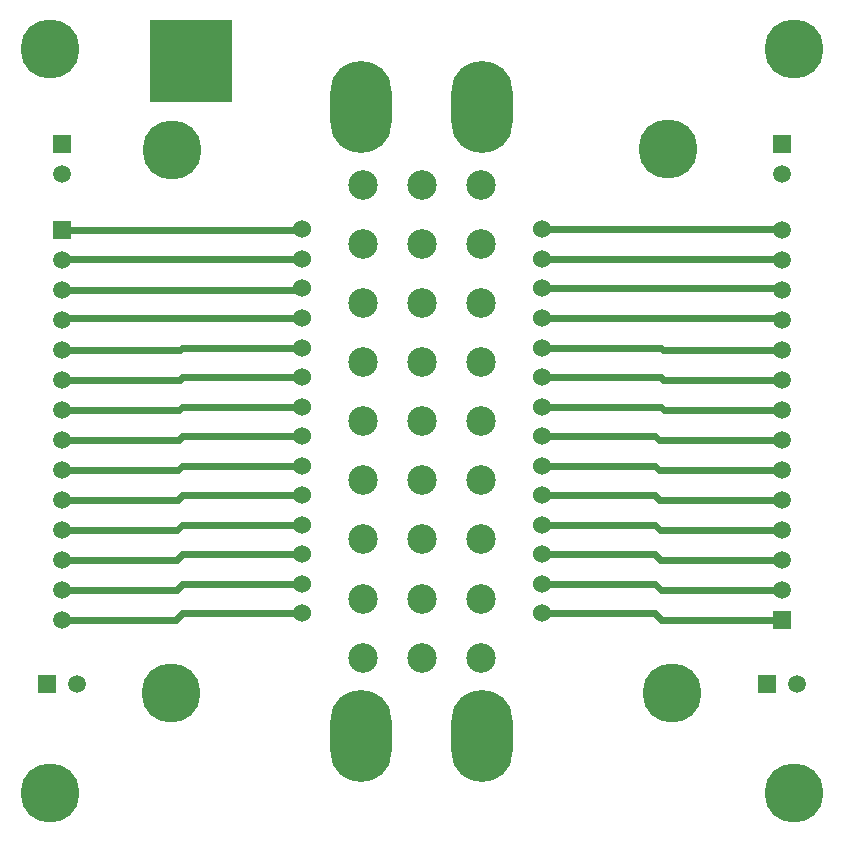
<source format=gtl>
G04*
G04 #@! TF.GenerationSoftware,Altium Limited,Altium Designer,18.0.9 (584)*
G04*
G04 Layer_Physical_Order=1*
G04 Layer_Color=255*
%FSLAX43Y43*%
%MOMM*%
G71*
G01*
G75*
%ADD20C,0.600*%
%ADD21R,7.000X7.000*%
%ADD22R,1.500X1.500*%
%ADD23C,1.500*%
%ADD24R,1.500X1.500*%
%ADD25O,5.200X7.800*%
%ADD26C,2.500*%
%ADD27C,1.524*%
%ADD28C,5.000*%
D20*
X55055Y33445D02*
X65520D01*
X54750Y33750D02*
X55055Y33445D01*
X45150Y33750D02*
X54750D01*
X4520Y35985D02*
X14485D01*
X14750Y36250D01*
X24850D01*
X45150Y51250D02*
X65495D01*
X55095Y30905D02*
X65520D01*
X54750Y31250D02*
X55095Y30905D01*
X45150Y31250D02*
X54750D01*
X4520Y33445D02*
X14445D01*
X14750Y33750D01*
X24850D01*
X54750Y18750D02*
X55295Y18205D01*
X65520D01*
X45150Y18750D02*
X54750D01*
X55175Y25825D02*
X65520D01*
X54750Y26250D02*
X55175Y25825D01*
X45150Y26250D02*
X54750D01*
X45150Y46250D02*
X65415D01*
X24745Y46145D02*
X24850Y46250D01*
X4520Y46145D02*
X24745D01*
X45150Y48750D02*
X65455D01*
X4520Y20745D02*
X14245D01*
X14750Y21250D01*
X24850D01*
X14750Y23750D02*
X24850D01*
X14285Y23285D02*
X14750Y23750D01*
X4520Y23285D02*
X14285D01*
X55215D02*
X65520D01*
X54750Y23750D02*
X55215Y23285D01*
X45150Y23750D02*
X54750D01*
Y21250D02*
X55255Y20745D01*
X65520D01*
X65275Y20500D02*
X65520Y20745D01*
X45150Y21250D02*
X54750D01*
X4585Y48750D02*
X24850D01*
X24825Y51225D02*
X24850Y51250D01*
X4520Y51225D02*
X24825D01*
X55515Y35985D02*
X65520D01*
X55250Y36250D02*
X55515Y35985D01*
X45150Y36250D02*
X55250D01*
X4520Y18205D02*
X14205D01*
X14750Y18750D01*
X24850D01*
X4520Y30905D02*
X14405D01*
X14750Y31250D01*
X24850D01*
X4520Y25825D02*
X14325D01*
X14750Y26250D01*
X24850D01*
X4520Y38525D02*
X14525D01*
X14750Y38750D01*
X24850D01*
X55475Y38525D02*
X65520D01*
X55250Y38750D02*
X55475Y38525D01*
X45150Y38750D02*
X55250D01*
X55435Y41065D02*
X65520D01*
X55250Y41250D02*
X55435Y41065D01*
X45150Y41250D02*
X55250D01*
X45150Y43750D02*
X65375D01*
X4520Y41065D02*
X14565D01*
X14750Y41250D01*
X24850D01*
X4665Y43750D02*
X24850D01*
X14365Y28365D02*
X14750Y28750D01*
X4520Y28365D02*
X14365D01*
X14750Y28750D02*
X24850D01*
X55135Y28365D02*
X65520D01*
X54750Y28750D02*
X55135Y28365D01*
X45150Y28750D02*
X54750D01*
D21*
X15500Y65500D02*
D03*
D22*
X65520Y58500D02*
D03*
X4520Y58500D02*
D03*
X65520Y18205D02*
D03*
X4520Y51225D02*
D03*
D23*
X65520Y55960D02*
D03*
X4520Y55960D02*
D03*
X66790Y12770D02*
D03*
X5790Y12770D02*
D03*
X65520Y51225D02*
D03*
Y48685D02*
D03*
Y46145D02*
D03*
Y43605D02*
D03*
Y41065D02*
D03*
Y38525D02*
D03*
Y35985D02*
D03*
Y33445D02*
D03*
Y30905D02*
D03*
Y28365D02*
D03*
Y25825D02*
D03*
Y23285D02*
D03*
Y20745D02*
D03*
X4520Y18205D02*
D03*
Y20745D02*
D03*
Y23285D02*
D03*
Y25825D02*
D03*
Y28365D02*
D03*
Y30905D02*
D03*
Y33445D02*
D03*
Y35985D02*
D03*
Y38525D02*
D03*
Y41065D02*
D03*
Y43605D02*
D03*
Y46145D02*
D03*
Y48685D02*
D03*
D24*
X64250Y12770D02*
D03*
X3250Y12770D02*
D03*
D25*
X29900Y8350D02*
D03*
X40100D02*
D03*
X29900Y61650D02*
D03*
X40100D02*
D03*
D26*
X35000Y15000D02*
D03*
X40000D02*
D03*
X30000D02*
D03*
X35000Y55000D02*
D03*
X40000D02*
D03*
X30000D02*
D03*
Y20000D02*
D03*
Y50000D02*
D03*
Y35000D02*
D03*
Y40000D02*
D03*
Y45000D02*
D03*
Y30000D02*
D03*
Y25000D02*
D03*
X40000Y20000D02*
D03*
Y50000D02*
D03*
Y35000D02*
D03*
Y40000D02*
D03*
Y45000D02*
D03*
Y30000D02*
D03*
Y25000D02*
D03*
X35000D02*
D03*
Y30000D02*
D03*
Y45000D02*
D03*
Y40000D02*
D03*
Y35000D02*
D03*
Y50000D02*
D03*
Y20000D02*
D03*
D27*
X24850Y51250D02*
D03*
Y48750D02*
D03*
Y46250D02*
D03*
Y43750D02*
D03*
Y41250D02*
D03*
Y38750D02*
D03*
Y36250D02*
D03*
Y33750D02*
D03*
Y31250D02*
D03*
Y28750D02*
D03*
Y26250D02*
D03*
Y23750D02*
D03*
Y21250D02*
D03*
Y18750D02*
D03*
X45150D02*
D03*
Y21250D02*
D03*
Y23750D02*
D03*
Y26250D02*
D03*
Y28750D02*
D03*
Y31250D02*
D03*
Y33750D02*
D03*
Y36250D02*
D03*
Y38750D02*
D03*
Y41250D02*
D03*
Y43750D02*
D03*
Y46250D02*
D03*
Y48750D02*
D03*
Y51250D02*
D03*
D28*
X66500Y66500D02*
D03*
Y3500D02*
D03*
X3500Y3500D02*
D03*
Y66500D02*
D03*
X56222Y12013D02*
D03*
X13778D02*
D03*
X13829Y57987D02*
D03*
X55815Y58063D02*
D03*
M02*

</source>
